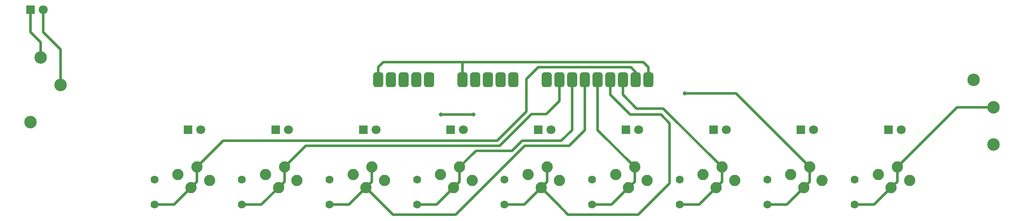
<source format=gtl>
G04 #@! TF.GenerationSoftware,KiCad,Pcbnew,(5.1.7)-1*
G04 #@! TF.CreationDate,2022-09-30T21:54:46+02:00*
G04 #@! TF.ProjectId,Tipp-Tasten-Modul,54697070-2d54-4617-9374-656e2d4d6f64,rev?*
G04 #@! TF.SameCoordinates,Original*
G04 #@! TF.FileFunction,Copper,L1,Top*
G04 #@! TF.FilePolarity,Positive*
%FSLAX46Y46*%
G04 Gerber Fmt 4.6, Leading zero omitted, Abs format (unit mm)*
G04 Created by KiCad (PCBNEW (5.1.7)-1) date 2022-09-30 21:54:46*
%MOMM*%
%LPD*%
G01*
G04 APERTURE LIST*
G04 #@! TA.AperFunction,ComponentPad*
%ADD10C,1.600000*%
G04 #@! TD*
G04 #@! TA.AperFunction,ComponentPad*
%ADD11C,2.500000*%
G04 #@! TD*
G04 #@! TA.AperFunction,ComponentPad*
%ADD12C,2.250000*%
G04 #@! TD*
G04 #@! TA.AperFunction,ComponentPad*
%ADD13R,1.800000X1.800000*%
G04 #@! TD*
G04 #@! TA.AperFunction,ComponentPad*
%ADD14C,1.800000*%
G04 #@! TD*
G04 #@! TA.AperFunction,ViaPad*
%ADD15C,0.800000*%
G04 #@! TD*
G04 #@! TA.AperFunction,Conductor*
%ADD16C,0.500000*%
G04 #@! TD*
G04 APERTURE END LIST*
D10*
X190250000Y-62000000D03*
X190250000Y-57000000D03*
X172750000Y-62000000D03*
X172750000Y-57000000D03*
X120250000Y-62000000D03*
X120250000Y-57000000D03*
X155250000Y-62000000D03*
X155250000Y-57000000D03*
X137750000Y-62000000D03*
X137750000Y-57000000D03*
X102750000Y-62000000D03*
X102750000Y-57000000D03*
X85250000Y-62000000D03*
X85250000Y-57000000D03*
X67750000Y-62000000D03*
X67750000Y-57000000D03*
X50250000Y-62000000D03*
X50250000Y-57000000D03*
D11*
X218000000Y-42500000D03*
D12*
X61250000Y-57200000D03*
X57550000Y-58600000D03*
X54950000Y-56000000D03*
X58750000Y-54500000D03*
X201250000Y-57200000D03*
X197550000Y-58600000D03*
X194950000Y-56000000D03*
X198750000Y-54500000D03*
X96250000Y-57200000D03*
X92550000Y-58600000D03*
X89950000Y-56000000D03*
X93750000Y-54500000D03*
X113750000Y-57200000D03*
X110050000Y-58600000D03*
X107450000Y-56000000D03*
X111250000Y-54500000D03*
X148750000Y-57200000D03*
X145050000Y-58600000D03*
X142450000Y-56000000D03*
X146250000Y-54500000D03*
X166250000Y-57200000D03*
X162550000Y-58600000D03*
X159950000Y-56000000D03*
X163750000Y-54500000D03*
X131250000Y-57200000D03*
X127550000Y-58600000D03*
X124950000Y-56000000D03*
X128750000Y-54500000D03*
X183750000Y-57200000D03*
X180050000Y-58600000D03*
X177450000Y-56000000D03*
X181250000Y-54500000D03*
X78750000Y-57200000D03*
X75050000Y-58600000D03*
X72450000Y-56000000D03*
X76250000Y-54500000D03*
D11*
X27500000Y-32500000D03*
X31500000Y-38000000D03*
D13*
X74500000Y-47000000D03*
D14*
X77040000Y-47000000D03*
D11*
X218000000Y-50000000D03*
X214000000Y-37000000D03*
X25500000Y-45500000D03*
G04 #@! TA.AperFunction,ComponentPad*
G36*
G01*
X104160000Y-38000000D02*
X104160000Y-36000000D01*
G75*
G02*
X104660000Y-35500000I500000J0D01*
G01*
X105660000Y-35500000D01*
G75*
G02*
X106160000Y-36000000I0J-500000D01*
G01*
X106160000Y-38000000D01*
G75*
G02*
X105660000Y-38500000I-500000J0D01*
G01*
X104660000Y-38500000D01*
G75*
G02*
X104160000Y-38000000I0J500000D01*
G01*
G37*
G04 #@! TD.AperFunction*
G04 #@! TA.AperFunction,ComponentPad*
G36*
G01*
X101620000Y-38000000D02*
X101620000Y-36000000D01*
G75*
G02*
X102120000Y-35500000I500000J0D01*
G01*
X103120000Y-35500000D01*
G75*
G02*
X103620000Y-36000000I0J-500000D01*
G01*
X103620000Y-38000000D01*
G75*
G02*
X103120000Y-38500000I-500000J0D01*
G01*
X102120000Y-38500000D01*
G75*
G02*
X101620000Y-38000000I0J500000D01*
G01*
G37*
G04 #@! TD.AperFunction*
G04 #@! TA.AperFunction,ComponentPad*
G36*
G01*
X99080000Y-38000000D02*
X99080000Y-36000000D01*
G75*
G02*
X99580000Y-35500000I500000J0D01*
G01*
X100580000Y-35500000D01*
G75*
G02*
X101080000Y-36000000I0J-500000D01*
G01*
X101080000Y-38000000D01*
G75*
G02*
X100580000Y-38500000I-500000J0D01*
G01*
X99580000Y-38500000D01*
G75*
G02*
X99080000Y-38000000I0J500000D01*
G01*
G37*
G04 #@! TD.AperFunction*
G04 #@! TA.AperFunction,ComponentPad*
G36*
G01*
X96540000Y-38000000D02*
X96540000Y-36000000D01*
G75*
G02*
X97040000Y-35500000I500000J0D01*
G01*
X98040000Y-35500000D01*
G75*
G02*
X98540000Y-36000000I0J-500000D01*
G01*
X98540000Y-38000000D01*
G75*
G02*
X98040000Y-38500000I-500000J0D01*
G01*
X97040000Y-38500000D01*
G75*
G02*
X96540000Y-38000000I0J500000D01*
G01*
G37*
G04 #@! TD.AperFunction*
G04 #@! TA.AperFunction,ComponentPad*
G36*
G01*
X94000000Y-38000000D02*
X94000000Y-36000000D01*
G75*
G02*
X94500000Y-35500000I500000J0D01*
G01*
X95500000Y-35500000D01*
G75*
G02*
X96000000Y-36000000I0J-500000D01*
G01*
X96000000Y-38000000D01*
G75*
G02*
X95500000Y-38500000I-500000J0D01*
G01*
X94500000Y-38500000D01*
G75*
G02*
X94000000Y-38000000I0J500000D01*
G01*
G37*
G04 #@! TD.AperFunction*
G04 #@! TA.AperFunction,ComponentPad*
G36*
G01*
X121000000Y-38000000D02*
X121000000Y-36000000D01*
G75*
G02*
X121500000Y-35500000I500000J0D01*
G01*
X122500000Y-35500000D01*
G75*
G02*
X123000000Y-36000000I0J-500000D01*
G01*
X123000000Y-38000000D01*
G75*
G02*
X122500000Y-38500000I-500000J0D01*
G01*
X121500000Y-38500000D01*
G75*
G02*
X121000000Y-38000000I0J500000D01*
G01*
G37*
G04 #@! TD.AperFunction*
G04 #@! TA.AperFunction,ComponentPad*
G36*
G01*
X118460000Y-38000000D02*
X118460000Y-36000000D01*
G75*
G02*
X118960000Y-35500000I500000J0D01*
G01*
X119960000Y-35500000D01*
G75*
G02*
X120460000Y-36000000I0J-500000D01*
G01*
X120460000Y-38000000D01*
G75*
G02*
X119960000Y-38500000I-500000J0D01*
G01*
X118960000Y-38500000D01*
G75*
G02*
X118460000Y-38000000I0J500000D01*
G01*
G37*
G04 #@! TD.AperFunction*
G04 #@! TA.AperFunction,ComponentPad*
G36*
G01*
X115920000Y-38000000D02*
X115920000Y-36000000D01*
G75*
G02*
X116420000Y-35500000I500000J0D01*
G01*
X117420000Y-35500000D01*
G75*
G02*
X117920000Y-36000000I0J-500000D01*
G01*
X117920000Y-38000000D01*
G75*
G02*
X117420000Y-38500000I-500000J0D01*
G01*
X116420000Y-38500000D01*
G75*
G02*
X115920000Y-38000000I0J500000D01*
G01*
G37*
G04 #@! TD.AperFunction*
G04 #@! TA.AperFunction,ComponentPad*
G36*
G01*
X113380000Y-38000000D02*
X113380000Y-36000000D01*
G75*
G02*
X113880000Y-35500000I500000J0D01*
G01*
X114880000Y-35500000D01*
G75*
G02*
X115380000Y-36000000I0J-500000D01*
G01*
X115380000Y-38000000D01*
G75*
G02*
X114880000Y-38500000I-500000J0D01*
G01*
X113880000Y-38500000D01*
G75*
G02*
X113380000Y-38000000I0J500000D01*
G01*
G37*
G04 #@! TD.AperFunction*
G04 #@! TA.AperFunction,ComponentPad*
G36*
G01*
X110840000Y-38000000D02*
X110840000Y-36000000D01*
G75*
G02*
X111340000Y-35500000I500000J0D01*
G01*
X112340000Y-35500000D01*
G75*
G02*
X112840000Y-36000000I0J-500000D01*
G01*
X112840000Y-38000000D01*
G75*
G02*
X112340000Y-38500000I-500000J0D01*
G01*
X111340000Y-38500000D01*
G75*
G02*
X110840000Y-38000000I0J500000D01*
G01*
G37*
G04 #@! TD.AperFunction*
G04 #@! TA.AperFunction,ComponentPad*
G36*
G01*
X148000000Y-38000000D02*
X148000000Y-36000000D01*
G75*
G02*
X148500000Y-35500000I500000J0D01*
G01*
X149500000Y-35500000D01*
G75*
G02*
X150000000Y-36000000I0J-500000D01*
G01*
X150000000Y-38000000D01*
G75*
G02*
X149500000Y-38500000I-500000J0D01*
G01*
X148500000Y-38500000D01*
G75*
G02*
X148000000Y-38000000I0J500000D01*
G01*
G37*
G04 #@! TD.AperFunction*
G04 #@! TA.AperFunction,ComponentPad*
G36*
G01*
X145460000Y-38000000D02*
X145460000Y-36000000D01*
G75*
G02*
X145960000Y-35500000I500000J0D01*
G01*
X146960000Y-35500000D01*
G75*
G02*
X147460000Y-36000000I0J-500000D01*
G01*
X147460000Y-38000000D01*
G75*
G02*
X146960000Y-38500000I-500000J0D01*
G01*
X145960000Y-38500000D01*
G75*
G02*
X145460000Y-38000000I0J500000D01*
G01*
G37*
G04 #@! TD.AperFunction*
G04 #@! TA.AperFunction,ComponentPad*
G36*
G01*
X142920000Y-38000000D02*
X142920000Y-36000000D01*
G75*
G02*
X143420000Y-35500000I500000J0D01*
G01*
X144420000Y-35500000D01*
G75*
G02*
X144920000Y-36000000I0J-500000D01*
G01*
X144920000Y-38000000D01*
G75*
G02*
X144420000Y-38500000I-500000J0D01*
G01*
X143420000Y-38500000D01*
G75*
G02*
X142920000Y-38000000I0J500000D01*
G01*
G37*
G04 #@! TD.AperFunction*
G04 #@! TA.AperFunction,ComponentPad*
G36*
G01*
X140380000Y-38000000D02*
X140380000Y-36000000D01*
G75*
G02*
X140880000Y-35500000I500000J0D01*
G01*
X141880000Y-35500000D01*
G75*
G02*
X142380000Y-36000000I0J-500000D01*
G01*
X142380000Y-38000000D01*
G75*
G02*
X141880000Y-38500000I-500000J0D01*
G01*
X140880000Y-38500000D01*
G75*
G02*
X140380000Y-38000000I0J500000D01*
G01*
G37*
G04 #@! TD.AperFunction*
G04 #@! TA.AperFunction,ComponentPad*
G36*
G01*
X137840000Y-38000000D02*
X137840000Y-36000000D01*
G75*
G02*
X138340000Y-35500000I500000J0D01*
G01*
X139340000Y-35500000D01*
G75*
G02*
X139840000Y-36000000I0J-500000D01*
G01*
X139840000Y-38000000D01*
G75*
G02*
X139340000Y-38500000I-500000J0D01*
G01*
X138340000Y-38500000D01*
G75*
G02*
X137840000Y-38000000I0J500000D01*
G01*
G37*
G04 #@! TD.AperFunction*
G04 #@! TA.AperFunction,ComponentPad*
G36*
G01*
X135300000Y-38000000D02*
X135300000Y-36000000D01*
G75*
G02*
X135800000Y-35500000I500000J0D01*
G01*
X136800000Y-35500000D01*
G75*
G02*
X137300000Y-36000000I0J-500000D01*
G01*
X137300000Y-38000000D01*
G75*
G02*
X136800000Y-38500000I-500000J0D01*
G01*
X135800000Y-38500000D01*
G75*
G02*
X135300000Y-38000000I0J500000D01*
G01*
G37*
G04 #@! TD.AperFunction*
G04 #@! TA.AperFunction,ComponentPad*
G36*
G01*
X132760000Y-38000000D02*
X132760000Y-36000000D01*
G75*
G02*
X133260000Y-35500000I500000J0D01*
G01*
X134260000Y-35500000D01*
G75*
G02*
X134760000Y-36000000I0J-500000D01*
G01*
X134760000Y-38000000D01*
G75*
G02*
X134260000Y-38500000I-500000J0D01*
G01*
X133260000Y-38500000D01*
G75*
G02*
X132760000Y-38000000I0J500000D01*
G01*
G37*
G04 #@! TD.AperFunction*
G04 #@! TA.AperFunction,ComponentPad*
G36*
G01*
X130220000Y-38000000D02*
X130220000Y-36000000D01*
G75*
G02*
X130720000Y-35500000I500000J0D01*
G01*
X131720000Y-35500000D01*
G75*
G02*
X132220000Y-36000000I0J-500000D01*
G01*
X132220000Y-38000000D01*
G75*
G02*
X131720000Y-38500000I-500000J0D01*
G01*
X130720000Y-38500000D01*
G75*
G02*
X130220000Y-38000000I0J500000D01*
G01*
G37*
G04 #@! TD.AperFunction*
G04 #@! TA.AperFunction,ComponentPad*
G36*
G01*
X127680000Y-38000000D02*
X127680000Y-36000000D01*
G75*
G02*
X128180000Y-35500000I500000J0D01*
G01*
X129180000Y-35500000D01*
G75*
G02*
X129680000Y-36000000I0J-500000D01*
G01*
X129680000Y-38000000D01*
G75*
G02*
X129180000Y-38500000I-500000J0D01*
G01*
X128180000Y-38500000D01*
G75*
G02*
X127680000Y-38000000I0J500000D01*
G01*
G37*
G04 #@! TD.AperFunction*
D13*
X197000000Y-47000000D03*
D14*
X199540000Y-47000000D03*
D13*
X162000000Y-47000000D03*
D14*
X164540000Y-47000000D03*
D13*
X144500000Y-47000000D03*
D14*
X147040000Y-47000000D03*
D13*
X109500000Y-47000000D03*
D14*
X112040000Y-47000000D03*
D13*
X179500000Y-47000000D03*
D14*
X182040000Y-47000000D03*
D13*
X127000000Y-47000000D03*
D14*
X129540000Y-47000000D03*
D13*
X92000000Y-47000000D03*
D14*
X94540000Y-47000000D03*
D13*
X25500000Y-23000000D03*
D14*
X28040000Y-23000000D03*
D13*
X57000000Y-47000000D03*
D14*
X59540000Y-47000000D03*
D15*
X114000000Y-44000000D03*
X107500000Y-44000000D03*
X156250000Y-39750000D03*
D16*
X25500000Y-27500000D02*
X25500000Y-23000000D01*
X27500000Y-29500000D02*
X25500000Y-27500000D01*
X27500000Y-32500000D02*
X27500000Y-29500000D01*
X28040000Y-27500000D02*
X28040000Y-23000000D01*
X31500000Y-30960000D02*
X28040000Y-27500000D01*
X31500000Y-38000000D02*
X31500000Y-30960000D01*
X107500000Y-44000000D02*
X114000000Y-44000000D01*
X149000000Y-34500000D02*
X149000000Y-37000000D01*
X147999999Y-33499999D02*
X149000000Y-34500000D01*
X111840000Y-33659998D02*
X111999999Y-33499999D01*
X111840000Y-37000000D02*
X111840000Y-33659998D01*
X111999999Y-33499999D02*
X147999999Y-33499999D01*
X95000000Y-37000000D02*
X95000000Y-34500000D01*
X96000001Y-33499999D02*
X95000000Y-34500000D01*
X96999999Y-33499999D02*
X96000001Y-33499999D01*
X96999999Y-33499999D02*
X111999999Y-33499999D01*
X124300000Y-56250000D02*
X124300000Y-55339962D01*
X58750000Y-57400000D02*
X57550000Y-58600000D01*
X58750000Y-54500000D02*
X58750000Y-57400000D01*
X146460000Y-35460000D02*
X146460000Y-37000000D01*
X145500000Y-34500000D02*
X146460000Y-35460000D01*
X127000000Y-34500000D02*
X145500000Y-34500000D01*
X64000000Y-49250000D02*
X118750000Y-49250000D01*
X58750000Y-54500000D02*
X64000000Y-49250000D01*
X124625000Y-36875000D02*
X127000000Y-34500000D01*
X124625000Y-43375000D02*
X124625000Y-36875000D01*
X118750000Y-49250000D02*
X124625000Y-43375000D01*
X54150000Y-62000000D02*
X57550000Y-58600000D01*
X50250000Y-62000000D02*
X54150000Y-62000000D01*
X76250000Y-57400000D02*
X75050000Y-58600000D01*
X76250000Y-54500000D02*
X76250000Y-57400000D01*
X131220000Y-40030000D02*
X131220000Y-37000000D01*
X131220000Y-41280000D02*
X131220000Y-40030000D01*
X128625000Y-43875000D02*
X131220000Y-41280000D01*
X125625000Y-43875000D02*
X128625000Y-43875000D01*
X119250000Y-50250000D02*
X125625000Y-43875000D01*
X80500000Y-50250000D02*
X119250000Y-50250000D01*
X76250000Y-54500000D02*
X80500000Y-50250000D01*
X71650000Y-62000000D02*
X75050000Y-58600000D01*
X67750000Y-62000000D02*
X71650000Y-62000000D01*
X93750000Y-57400000D02*
X92550000Y-58600000D01*
X93750000Y-54500000D02*
X93750000Y-57400000D01*
X136300000Y-47090000D02*
X136300000Y-37000000D01*
X133140000Y-50250000D02*
X136300000Y-47090000D01*
X132250000Y-50250000D02*
X133140000Y-50250000D01*
X132250000Y-50250000D02*
X133000000Y-50250000D01*
X89150000Y-62000000D02*
X92550000Y-58600000D01*
X85250000Y-62000000D02*
X89150000Y-62000000D01*
X95950000Y-62000000D02*
X92550000Y-58600000D01*
X97950000Y-64000000D02*
X95950000Y-62000000D01*
X110500000Y-64000000D02*
X97950000Y-64000000D01*
X124250000Y-50250000D02*
X110500000Y-64000000D01*
X132250000Y-50250000D02*
X124250000Y-50250000D01*
X111250000Y-57400000D02*
X110050000Y-58600000D01*
X111250000Y-54500000D02*
X111250000Y-57400000D01*
X106650000Y-62000000D02*
X110050000Y-58600000D01*
X102750000Y-62000000D02*
X106650000Y-62000000D01*
X133760000Y-47090000D02*
X133760000Y-37000000D01*
X131600000Y-49250000D02*
X133760000Y-47090000D01*
X123750000Y-49250000D02*
X131600000Y-49250000D01*
X121750000Y-51250000D02*
X123750000Y-49250000D01*
X114500000Y-51250000D02*
X121750000Y-51250000D01*
X111250000Y-54500000D02*
X114500000Y-51250000D01*
X146250000Y-57400000D02*
X145050000Y-58600000D01*
X146250000Y-54500000D02*
X146250000Y-57400000D01*
X138840000Y-47090000D02*
X146250000Y-54500000D01*
X138840000Y-37000000D02*
X138840000Y-47090000D01*
X141650000Y-62000000D02*
X145050000Y-58600000D01*
X137750000Y-62000000D02*
X141650000Y-62000000D01*
X163750000Y-57400000D02*
X162550000Y-58600000D01*
X163750000Y-54500000D02*
X163750000Y-57400000D01*
X163750000Y-54500000D02*
X152000000Y-42750000D01*
X143920000Y-40000000D02*
X143920000Y-37000000D01*
X146670000Y-42750000D02*
X143920000Y-40000000D01*
X148250000Y-42750000D02*
X146670000Y-42750000D01*
X152000000Y-42750000D02*
X148250000Y-42750000D01*
X148250000Y-42750000D02*
X147000000Y-42750000D01*
X159150000Y-62000000D02*
X162550000Y-58600000D01*
X155250000Y-62000000D02*
X159150000Y-62000000D01*
X128750000Y-57400000D02*
X127550000Y-58600000D01*
X128750000Y-54500000D02*
X128750000Y-57400000D01*
X141380000Y-37000000D02*
X141380000Y-40000000D01*
X130950000Y-62000000D02*
X127550000Y-58600000D01*
X145380000Y-44000000D02*
X141380000Y-40000000D01*
X146500000Y-44000000D02*
X145380000Y-44000000D01*
X146000000Y-44000000D02*
X146500000Y-44000000D01*
X151500000Y-44000000D02*
X146500000Y-44000000D01*
X153250000Y-45750000D02*
X151500000Y-44000000D01*
X153250000Y-57750000D02*
X153250000Y-45750000D01*
X147000000Y-64000000D02*
X153250000Y-57750000D01*
X145000000Y-64000000D02*
X147000000Y-64000000D01*
X134500000Y-64000000D02*
X132950000Y-64000000D01*
X132950000Y-64000000D02*
X130950000Y-62000000D01*
X145000000Y-64000000D02*
X134500000Y-64000000D01*
X124150000Y-62000000D02*
X127550000Y-58600000D01*
X120250000Y-62000000D02*
X124150000Y-62000000D01*
X181250000Y-57400000D02*
X180050000Y-58600000D01*
X181250000Y-54500000D02*
X181250000Y-57400000D01*
X166500000Y-39750000D02*
X181250000Y-54500000D01*
X156250000Y-39750000D02*
X166500000Y-39750000D01*
X176650000Y-62000000D02*
X180050000Y-58600000D01*
X172750000Y-62000000D02*
X176650000Y-62000000D01*
X198750000Y-57400000D02*
X197550000Y-58600000D01*
X198750000Y-54500000D02*
X198750000Y-57400000D01*
X210750000Y-42500000D02*
X198750000Y-54500000D01*
X218000000Y-42500000D02*
X210750000Y-42500000D01*
X194150000Y-62000000D02*
X197550000Y-58600000D01*
X190250000Y-62000000D02*
X194150000Y-62000000D01*
M02*

</source>
